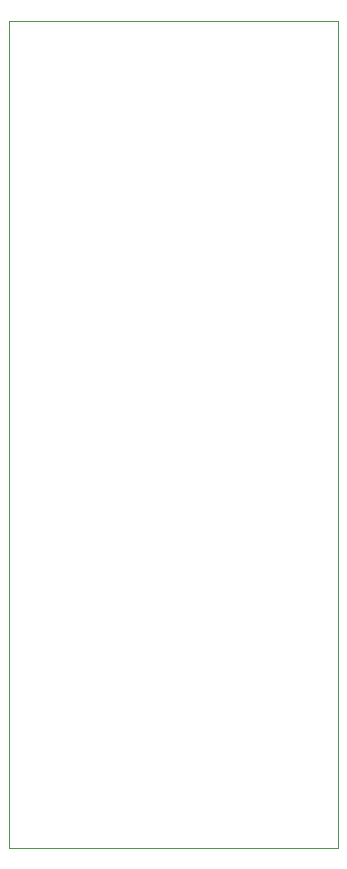
<source format=gbr>
%TF.GenerationSoftware,KiCad,Pcbnew,5.1.9-73d0e3b20d~88~ubuntu20.04.1*%
%TF.CreationDate,2021-03-20T23:45:23+05:30*%
%TF.ProjectId,ESP32-S2,45535033-322d-4533-922e-6b696361645f,rev?*%
%TF.SameCoordinates,Original*%
%TF.FileFunction,Profile,NP*%
%FSLAX46Y46*%
G04 Gerber Fmt 4.6, Leading zero omitted, Abs format (unit mm)*
G04 Created by KiCad (PCBNEW 5.1.9-73d0e3b20d~88~ubuntu20.04.1) date 2021-03-20 23:45:23*
%MOMM*%
%LPD*%
G01*
G04 APERTURE LIST*
%TA.AperFunction,Profile*%
%ADD10C,0.100000*%
%TD*%
G04 APERTURE END LIST*
D10*
X164800000Y-67100000D02*
X164800000Y-137100000D01*
X136900000Y-67100000D02*
X164800000Y-67100000D01*
X136900000Y-137100000D02*
X136900000Y-67100000D01*
X164800000Y-137100000D02*
X136900000Y-137100000D01*
M02*

</source>
